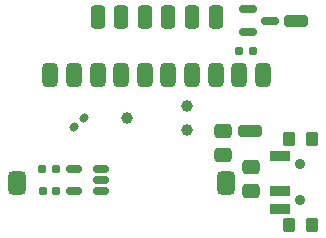
<source format=gbr>
%TF.GenerationSoftware,KiCad,Pcbnew,8.0.1*%
%TF.CreationDate,2024-07-01T16:07:51-04:00*%
%TF.ProjectId,V1,56312e6b-6963-4616-945f-706362585858,rev?*%
%TF.SameCoordinates,Original*%
%TF.FileFunction,Soldermask,Bot*%
%TF.FilePolarity,Negative*%
%FSLAX46Y46*%
G04 Gerber Fmt 4.6, Leading zero omitted, Abs format (unit mm)*
G04 Created by KiCad (PCBNEW 8.0.1) date 2024-07-01 16:07:51*
%MOMM*%
%LPD*%
G01*
G04 APERTURE LIST*
G04 Aperture macros list*
%AMRoundRect*
0 Rectangle with rounded corners*
0 $1 Rounding radius*
0 $2 $3 $4 $5 $6 $7 $8 $9 X,Y pos of 4 corners*
0 Add a 4 corners polygon primitive as box body*
4,1,4,$2,$3,$4,$5,$6,$7,$8,$9,$2,$3,0*
0 Add four circle primitives for the rounded corners*
1,1,$1+$1,$2,$3*
1,1,$1+$1,$4,$5*
1,1,$1+$1,$6,$7*
1,1,$1+$1,$8,$9*
0 Add four rect primitives between the rounded corners*
20,1,$1+$1,$2,$3,$4,$5,0*
20,1,$1+$1,$4,$5,$6,$7,0*
20,1,$1+$1,$6,$7,$8,$9,0*
20,1,$1+$1,$8,$9,$2,$3,0*%
G04 Aperture macros list end*
%ADD10C,0.990600*%
%ADD11RoundRect,0.375000X0.375000X-0.625000X0.375000X0.625000X-0.375000X0.625000X-0.375000X-0.625000X0*%
%ADD12C,0.900000*%
%ADD13RoundRect,0.102000X0.750000X0.350000X-0.750000X0.350000X-0.750000X-0.350000X0.750000X-0.350000X0*%
%ADD14RoundRect,0.102000X-0.400000X0.500000X-0.400000X-0.500000X0.400000X-0.500000X0.400000X0.500000X0*%
%ADD15RoundRect,0.250000X0.750000X0.250000X-0.750000X0.250000X-0.750000X-0.250000X0.750000X-0.250000X0*%
%ADD16RoundRect,0.155000X0.212500X0.155000X-0.212500X0.155000X-0.212500X-0.155000X0.212500X-0.155000X0*%
%ADD17RoundRect,0.325000X-0.325000X0.675000X-0.325000X-0.675000X0.325000X-0.675000X0.325000X0.675000X0*%
%ADD18RoundRect,0.300000X0.300000X-0.700000X0.300000X0.700000X-0.300000X0.700000X-0.300000X-0.700000X0*%
%ADD19RoundRect,0.150000X-0.587500X-0.150000X0.587500X-0.150000X0.587500X0.150000X-0.587500X0.150000X0*%
%ADD20RoundRect,0.155000X-0.040659X-0.259862X0.259862X0.040659X0.040659X0.259862X-0.259862X-0.040659X0*%
%ADD21RoundRect,0.150000X0.512500X0.150000X-0.512500X0.150000X-0.512500X-0.150000X0.512500X-0.150000X0*%
%ADD22RoundRect,0.375000X-0.375000X0.625000X-0.375000X-0.625000X0.375000X-0.625000X0.375000X0.625000X0*%
%ADD23RoundRect,0.250000X0.475000X-0.337500X0.475000X0.337500X-0.475000X0.337500X-0.475000X-0.337500X0*%
%ADD24RoundRect,0.160000X0.197500X0.160000X-0.197500X0.160000X-0.197500X-0.160000X0.197500X-0.160000X0*%
%ADD25RoundRect,0.160000X-0.197500X-0.160000X0.197500X-0.160000X0.197500X0.160000X-0.197500X0.160000X0*%
G04 APERTURE END LIST*
D10*
%TO.C,J3*%
X111910000Y-111550000D03*
X116990000Y-110534000D03*
X116990000Y-112566000D03*
%TD*%
D11*
%TO.C,J5*%
X102600000Y-117050000D03*
%TD*%
D12*
%TO.C,SW1*%
X126625000Y-115450000D03*
X126625000Y-118450000D03*
D13*
X124875000Y-114700000D03*
X124875000Y-117700000D03*
X124875000Y-119200000D03*
D14*
X125625000Y-120600000D03*
X127625000Y-120600000D03*
X127625000Y-113300000D03*
X125625000Y-113300000D03*
%TD*%
D15*
%TO.C,J8*%
X122320000Y-112600000D03*
%TD*%
D16*
%TO.C,C1*%
X105927500Y-117717500D03*
X104792500Y-117717500D03*
%TD*%
D17*
%TO.C,J2*%
X105450000Y-107900000D03*
X107450000Y-107900000D03*
X109450000Y-107900000D03*
X111450000Y-107900000D03*
X113450000Y-107900000D03*
X115450000Y-107900000D03*
X117450000Y-107900000D03*
X119450000Y-107900000D03*
X121450000Y-107900000D03*
X123450000Y-107900000D03*
%TD*%
D18*
%TO.C,J1*%
X119450000Y-103000000D03*
X117450000Y-103000000D03*
X115450000Y-103000000D03*
X113450000Y-103000000D03*
X111450000Y-103000000D03*
X109450000Y-103000000D03*
%TD*%
D19*
%TO.C,Q1*%
X122162500Y-104220000D03*
X122162500Y-102320000D03*
X124037500Y-103270000D03*
%TD*%
D20*
%TO.C,C3*%
X107468717Y-112321283D03*
X108271283Y-111518717D03*
%TD*%
D21*
%TO.C,U1*%
X109737500Y-115817500D03*
X109737500Y-116767500D03*
X109737500Y-117717500D03*
X107462500Y-117717500D03*
X107462500Y-115817500D03*
%TD*%
D15*
%TO.C,J9*%
X126250000Y-103270000D03*
%TD*%
D22*
%TO.C,J4*%
X120300000Y-117050000D03*
%TD*%
D23*
%TO.C,C4*%
X120050000Y-114667500D03*
X120050000Y-112592500D03*
%TD*%
D24*
%TO.C,R2*%
X105957500Y-115817500D03*
X104762500Y-115817500D03*
%TD*%
D23*
%TO.C,C2*%
X122475000Y-117707500D03*
X122475000Y-115632500D03*
%TD*%
D25*
%TO.C,R3*%
X121450000Y-105830000D03*
X122645000Y-105830000D03*
%TD*%
M02*

</source>
